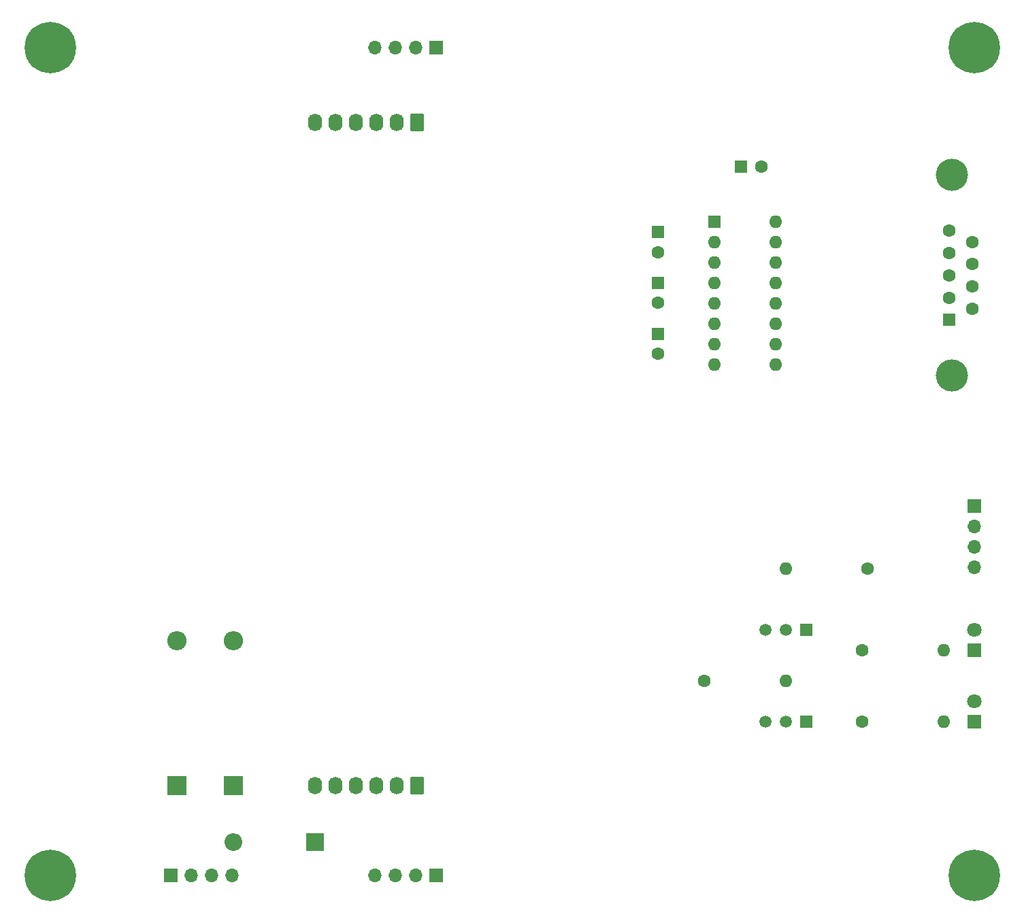
<source format=gbr>
%TF.GenerationSoftware,KiCad,Pcbnew,(6.0.4-0)*%
%TF.CreationDate,2024-04-20T11:08:27+10:00*%
%TF.ProjectId,RS232,52533233-322e-46b6-9963-61645f706362,rev?*%
%TF.SameCoordinates,Original*%
%TF.FileFunction,Soldermask,Top*%
%TF.FilePolarity,Negative*%
%FSLAX46Y46*%
G04 Gerber Fmt 4.6, Leading zero omitted, Abs format (unit mm)*
G04 Created by KiCad (PCBNEW (6.0.4-0)) date 2024-04-20 11:08:27*
%MOMM*%
%LPD*%
G01*
G04 APERTURE LIST*
G04 Aperture macros list*
%AMRoundRect*
0 Rectangle with rounded corners*
0 $1 Rounding radius*
0 $2 $3 $4 $5 $6 $7 $8 $9 X,Y pos of 4 corners*
0 Add a 4 corners polygon primitive as box body*
4,1,4,$2,$3,$4,$5,$6,$7,$8,$9,$2,$3,0*
0 Add four circle primitives for the rounded corners*
1,1,$1+$1,$2,$3*
1,1,$1+$1,$4,$5*
1,1,$1+$1,$6,$7*
1,1,$1+$1,$8,$9*
0 Add four rect primitives between the rounded corners*
20,1,$1+$1,$2,$3,$4,$5,0*
20,1,$1+$1,$4,$5,$6,$7,0*
20,1,$1+$1,$6,$7,$8,$9,0*
20,1,$1+$1,$8,$9,$2,$3,0*%
G04 Aperture macros list end*
%ADD10O,1.600000X1.600000*%
%ADD11C,1.600000*%
%ADD12R,1.500000X1.500000*%
%ADD13C,1.500000*%
%ADD14C,1.800000*%
%ADD15R,1.800000X1.800000*%
%ADD16O,1.700000X1.700000*%
%ADD17R,1.700000X1.700000*%
%ADD18R,1.600000X1.600000*%
%ADD19C,4.000000*%
%ADD20O,2.200000X2.200000*%
%ADD21R,2.200000X2.200000*%
%ADD22O,2.400000X2.400000*%
%ADD23R,2.400000X2.400000*%
%ADD24O,1.740000X2.190000*%
%ADD25RoundRect,0.249999X0.620001X0.845001X-0.620001X0.845001X-0.620001X-0.845001X0.620001X-0.845001X0*%
%ADD26C,0.800000*%
%ADD27C,6.400000*%
G04 APERTURE END LIST*
D10*
%TO.C,R10*%
X146205000Y-108870000D03*
D11*
X136045000Y-108870000D03*
%TD*%
D10*
%TO.C,R3*%
X126520000Y-89820000D03*
D11*
X136680000Y-89820000D03*
%TD*%
D10*
%TO.C,R2*%
X126520000Y-103790000D03*
D11*
X116360000Y-103790000D03*
%TD*%
D10*
%TO.C,R1*%
X146205000Y-99980000D03*
D11*
X136045000Y-99980000D03*
%TD*%
D12*
%TO.C,Q2*%
X129060000Y-97440000D03*
D13*
X123980000Y-97440000D03*
X126520000Y-97440000D03*
%TD*%
D12*
%TO.C,Q1*%
X129060000Y-108870000D03*
D13*
X123980000Y-108870000D03*
X126520000Y-108870000D03*
%TD*%
D14*
%TO.C,D3*%
X150015000Y-97440000D03*
D15*
X150015000Y-99980000D03*
%TD*%
D14*
%TO.C,D1*%
X150015000Y-106330000D03*
D15*
X150015000Y-108870000D03*
%TD*%
D16*
%TO.C,J5*%
X150015000Y-89620000D03*
X150015000Y-87080000D03*
X150015000Y-84540000D03*
D17*
X150015000Y-82000000D03*
%TD*%
D10*
%TO.C,U1*%
X125250000Y-46640000D03*
X117630000Y-64420000D03*
X125250000Y-49180000D03*
X117630000Y-61880000D03*
X125250000Y-51720000D03*
X117630000Y-59340000D03*
X125250000Y-54260000D03*
X117630000Y-56800000D03*
X125250000Y-56800000D03*
X117630000Y-54260000D03*
X125250000Y-59340000D03*
X117630000Y-51720000D03*
X125250000Y-61880000D03*
X117630000Y-49180000D03*
X125250000Y-64420000D03*
D18*
X117630000Y-46640000D03*
%TD*%
D19*
%TO.C,J1*%
X147180000Y-40815000D03*
X147180000Y-65815000D03*
D11*
X149720000Y-49160000D03*
X149720000Y-51930000D03*
X149720000Y-54700000D03*
X149720000Y-57470000D03*
X146880000Y-47775000D03*
X146880000Y-50545000D03*
X146880000Y-53315000D03*
X146880000Y-56085000D03*
D18*
X146880000Y-58855000D03*
%TD*%
D11*
%TO.C,C4*%
X110645000Y-56760000D03*
D18*
X110645000Y-54260000D03*
%TD*%
D11*
%TO.C,C3*%
X110645000Y-63110000D03*
D18*
X110645000Y-60610000D03*
%TD*%
D11*
%TO.C,C2*%
X123480000Y-39755000D03*
D18*
X120980000Y-39755000D03*
%TD*%
D11*
%TO.C,C1*%
X110645000Y-50450000D03*
D18*
X110645000Y-47950000D03*
%TD*%
D20*
%TO.C,D2*%
X57813000Y-123825000D03*
D21*
X67973000Y-123825000D03*
%TD*%
D22*
%TO.C,C8*%
X50800000Y-98840000D03*
D23*
X50800000Y-116840000D03*
%TD*%
D22*
%TO.C,C6*%
X57785000Y-98840000D03*
D23*
X57785000Y-116840000D03*
%TD*%
D24*
%TO.C,J11*%
X67945000Y-34290000D03*
X70485000Y-34290000D03*
X73025000Y-34290000D03*
X75565000Y-34290000D03*
X78105000Y-34290000D03*
D25*
X80645000Y-34290000D03*
%TD*%
D24*
%TO.C,J10*%
X67945000Y-116840000D03*
X70485000Y-116840000D03*
X73025000Y-116840000D03*
X75565000Y-116840000D03*
X78105000Y-116840000D03*
D25*
X80645000Y-116840000D03*
%TD*%
D16*
%TO.C,J9*%
X75380000Y-25000000D03*
X77920000Y-25000000D03*
X80460000Y-25000000D03*
D17*
X83000000Y-25000000D03*
%TD*%
D16*
%TO.C,J7*%
X75380000Y-128000000D03*
X77920000Y-128000000D03*
X80460000Y-128000000D03*
D17*
X83000000Y-128000000D03*
%TD*%
D16*
%TO.C,J6*%
X57620000Y-128000000D03*
X55080000Y-128000000D03*
X52540000Y-128000000D03*
D17*
X50000000Y-128000000D03*
%TD*%
D26*
%TO.C,H4*%
X151697056Y-23302944D03*
X150000000Y-22600000D03*
X148302944Y-23302944D03*
X147600000Y-25000000D03*
X148302944Y-26697056D03*
X150000000Y-27400000D03*
X151697056Y-26697056D03*
X152400000Y-25000000D03*
D27*
X150000000Y-25000000D03*
%TD*%
D26*
%TO.C,H3*%
X36697056Y-126302944D03*
X35000000Y-125600000D03*
X33302944Y-126302944D03*
X32600000Y-128000000D03*
X33302944Y-129697056D03*
X35000000Y-130400000D03*
X36697056Y-129697056D03*
X37400000Y-128000000D03*
D27*
X35000000Y-128000000D03*
%TD*%
D26*
%TO.C,H2*%
X36697056Y-23302944D03*
X35000000Y-22600000D03*
X33302944Y-23302944D03*
X32600000Y-25000000D03*
X33302944Y-26697056D03*
X35000000Y-27400000D03*
X36697056Y-26697056D03*
X37400000Y-25000000D03*
D27*
X35000000Y-25000000D03*
%TD*%
D26*
%TO.C,H1*%
X151697056Y-126302944D03*
X150000000Y-125600000D03*
X148302944Y-126302944D03*
X147600000Y-128000000D03*
X148302944Y-129697056D03*
X150000000Y-130400000D03*
X151697056Y-129697056D03*
X152400000Y-128000000D03*
D27*
X150000000Y-128000000D03*
%TD*%
M02*

</source>
